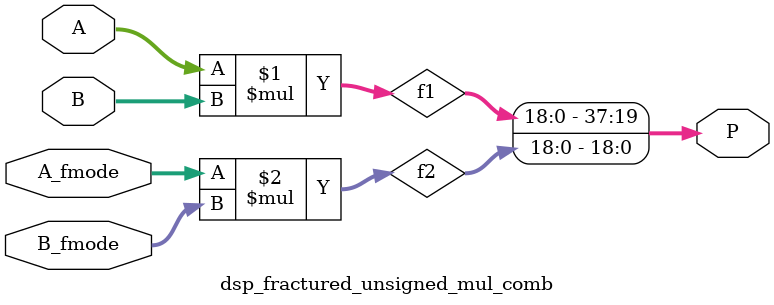
<source format=v>
module dsp_fractured_unsigned_mul_comb (A, B, A_fmode, B_fmode, P);
	input [9:0] A, A_fmode;
	input [8:0] B, B_fmode;
	output [37:0] P;
	wire [18:0] f1, f2;

		assign f1 = A * B;
		assign f2 = A_fmode * B_fmode;
		assign P  = {f1, f2};

endmodule
</source>
